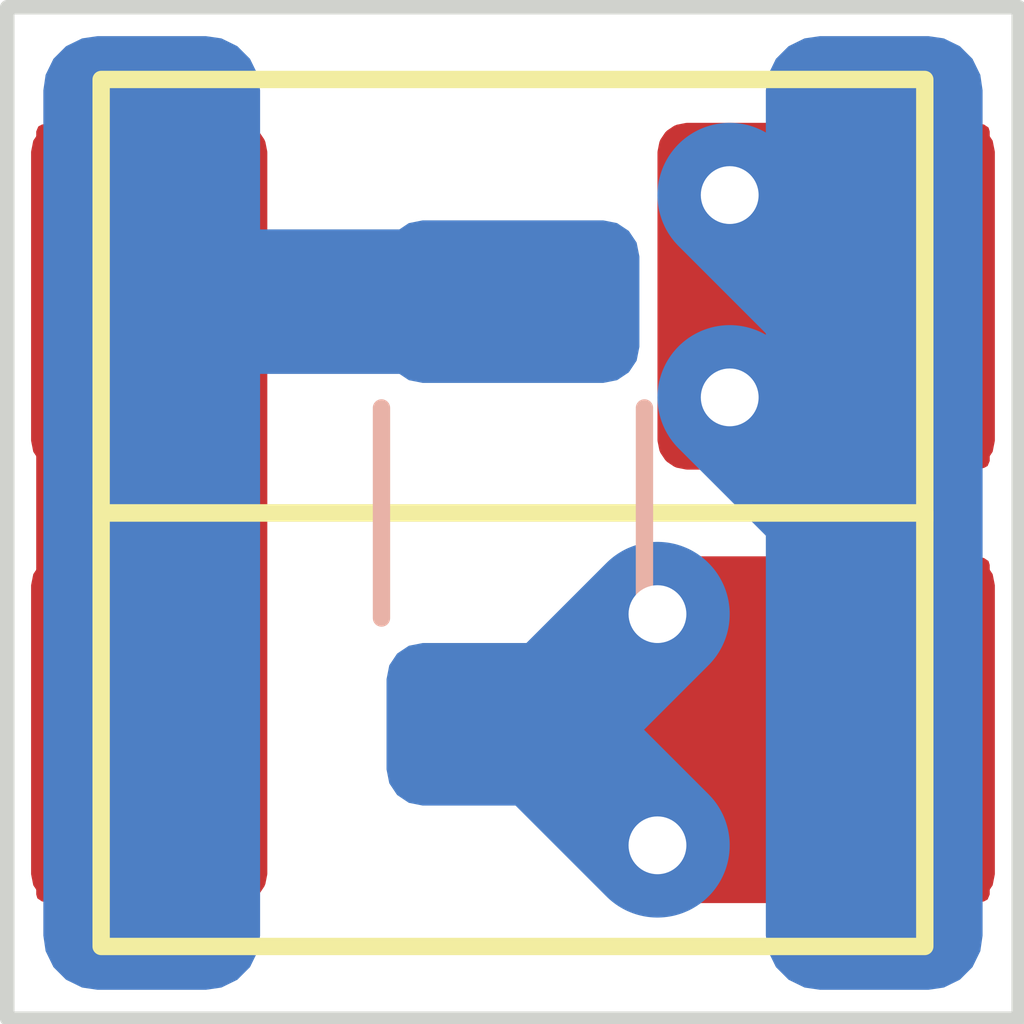
<source format=kicad_pcb>
(kicad_pcb (version 20211014) (generator pcbnew)
  (layers (0 "F.Cu" signal) (31 "B.Cu" signal) (34 "B.Paste" user) (35 "F.Paste" user) (36 "B.SilkS" user "B.Silkscreen") (37 "F.SilkS" user "F.Silkscreen") (38 "B.Mask" user) (39 "F.Mask" user) (44 "Edge.Cuts" user))
  (net 0 "")
  (net 1 "Net-(D2-Pad2)")
  (net 2 "Net-(D3-Pad2)")
  (net 3 "Net-(R1-Pad1)")
  (net 4 "Net-(D2-Pad1)")
  (footprint "AlfredoFootprints:SMD_LED_5730" (layer "F.Cu") (at 0 1.5)
    (fp_text reference "D3" hide)
    (fp_text value "LED" hide)
    (fp_rect (start -2.85 -1.5) (end 2.85 1.5) (layer "F.SilkS") (width 0.12) (fill none))
    (pad "1" smd roundrect (at -2.935 0 90) (size 2.4 0.8) (layers "F.Cu" "F.Paste" "F.Mask") (net 1 "Net-(D2-Pad2)"))
    (pad "2" smd roundrect (at 2.935 0 90) (size 2.4 0.8) (layers "F.Cu" "F.Paste" "F.Mask") (net 2 "Net-(D3-Pad2)"))
  )
  (footprint "" (layer "F.Cu") (at -2.5 0)
    (fp_text reference "" hide)
    (fp_text value "" hide)
    (pad "1" smd roundrect (at 0 0 180) (size 1.5 6.6) (layers "B.Cu" "B.Paste" "B.Mask") (net 3 "Net-(R1-Pad1)"))
  )
  (footprint "AlfredoFootprints:SMD_LED_5730" (layer "F.Cu") (at 0 -1.5 180)
    (fp_text reference "D2" hide)
    (fp_text value "LED" hide)
    (fp_rect (start -2.85 -1.5) (end 2.85 1.5) (layer "F.SilkS") (width 0.12) (fill none))
    (pad "1" smd roundrect (at -2.935 0 270) (size 2.4 0.8) (layers "F.Cu" "F.Paste" "F.Mask") (net 4 "Net-(D2-Pad1)"))
    (pad "2" smd roundrect (at 2.935 0 270) (size 2.4 0.8) (layers "F.Cu" "F.Paste" "F.Mask") (net 1 "Net-(D2-Pad2)"))
  )
  (footprint "Resistor_SMD:R_1206_3216Metric" (layer "B.Cu") (at 0 0 -90)
    (fp_text reference "R1" hide)
    (fp_text value "300R" hide)
    (fp_line (start -0.727064 -0.91) (end 0.727064 -0.91) (layer "B.SilkS") (width 0.12))
    (fp_line (start -0.727064 0.91) (end 0.727064 0.91) (layer "B.SilkS") (width 0.12))
    (pad "1" smd roundrect (at -1.4625 0 270) (size 1.125 1.75) (layers "B.Cu" "B.Paste" "B.Mask") (roundrect_rratio 0.2222222222) (net 3 "Net-(R1-Pad1)"))
    (pad "2" smd roundrect (at 1.4625 0 270) (size 1.125 1.75) (layers "B.Cu" "B.Paste" "B.Mask") (roundrect_rratio 0.2222222222) (net 2 "Net-(D3-Pad2)"))
  )
  (footprint "" (layer "B.Cu") (at 2.5 0 180)
    (fp_text reference "" (at 0 0) (layer "B.SilkS") (effects (font (size 1.27 1.27)) (justify mirror)))
    (fp_text value "" (at 0 0) (layer "B.SilkS") (effects (font (size 1.27 1.27)) (justify mirror)))
    (pad "1" smd roundrect (at 0 0 180) (size 1.5 6.6) (layers "B.Cu" "B.Paste" "B.Mask") (net 4 "Net-(D2-Pad1)"))
  )
  (gr_rect (start -3.5 3.5) (end 3.5 -3.5) (layer "Edge.Cuts") (width 0.1) (fill none))
  (via (at 1 0.7) (size 0.8) (drill 0.4) (layers "F.Cu" "B.Cu") (net 2))
  (via (at 1 2.3) (size 0.8) (drill 0.4) (layers "F.Cu" "B.Cu") (net 2))
  (segment (start 1 0.7) (end 0.2375 1.4625) (width 1) (layer "B.Cu") (net 2))
  (segment (start 0.1625 1.4625) (end 0 1.4625) (width 1) (layer "B.Cu") (net 2))
  (segment (start 0.2375 1.4625) (end 0 1.4625) (width 1) (layer "B.Cu") (net 2))
  (segment (start 1 2.3) (end 0.1625 1.4625) (width 1) (layer "B.Cu") (net 2))
  (segment (start 0 -1.4625) (end -2.4375 -1.4625) (width 1) (layer "B.Cu") (net 3))
  (via (at 1.5 -2.2) (size 0.8) (drill 0.4) (layers "F.Cu" "B.Cu") (net 4))
  (via (at 1.5 -0.8) (size 0.8) (drill 0.4) (layers "F.Cu" "B.Cu") (net 4))
  (segment (start 1.5 -2.2) (end 2.5 -1.2) (width 1) (layer "B.Cu") (net 4))
  (segment (start 2.3 0) (end 2.5 0) (width 1) (layer "B.Cu") (net 4))
  (segment (start 2.5 -1.2) (end 2.5 0) (width 1) (layer "B.Cu") (net 4))
  (segment (start 1.5 -0.8) (end 2.3 0) (width 1) (layer "B.Cu") (net 4))
  (zone (net 1) (net_name "Net-(D2-Pad2)") (layer "F.Cu") (connect_pads yes (clearance 0.2)) (min_thickness 0.1) (fill yes (thermal_gap 0.2) (thermal_bridge_width 0.2) (smoothing fillet) (radius 0.2))
    (polygon (pts (xy -1.7 2.7) (xy -3.4 2.7) (xy -3.4 -2.7) (xy -1.7 -2.7)))
  )
  (zone (net 4) (net_name "Net-(D2-Pad1)") (layer "F.Cu") (connect_pads yes (clearance 0.2)) (min_thickness 0.1) (fill yes (thermal_gap 0.2) (thermal_bridge_width 0.2) (smoothing fillet) (radius 0.2))
    (polygon (pts (xy 3.4 -0.3) (xy 1 -0.3) (xy 1 -2.7) (xy 3.4 -2.7)))
  )
  (zone (net 2) (net_name "Net-(D3-Pad2)") (layer "F.Cu") (connect_pads yes (clearance 0.2)) (min_thickness 0.1) (fill yes (thermal_gap 0.2) (thermal_bridge_width 0.2) (smoothing fillet) (radius 0.2))
    (polygon (pts (xy 3.4 2.7) (xy 0.6 2.7) (xy 0.6 0.3) (xy 3.4 0.3)))
  )
)
</source>
